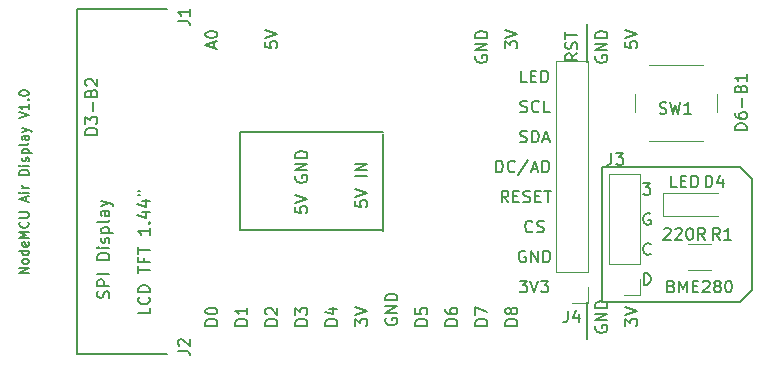
<source format=gbr>
G04 #@! TF.FileFunction,Legend,Top*
%FSLAX46Y46*%
G04 Gerber Fmt 4.6, Leading zero omitted, Abs format (unit mm)*
G04 Created by KiCad (PCBNEW 4.0.7) date 03/26/18 16:58:00*
%MOMM*%
%LPD*%
G01*
G04 APERTURE LIST*
%ADD10C,0.100000*%
%ADD11C,0.200000*%
%ADD12C,0.150000*%
%ADD13C,0.120000*%
G04 APERTURE END LIST*
D10*
D11*
X163068000Y-87884000D02*
X163068000Y-96139000D01*
X175133000Y-87884000D02*
X163068000Y-87884000D01*
X175133000Y-96266000D02*
X175133000Y-88011000D01*
X163068000Y-96139000D02*
X175133000Y-96139000D01*
X205359000Y-90805000D02*
X193675000Y-90805000D01*
X205359000Y-102235000D02*
X193675000Y-102235000D01*
X206375000Y-91821000D02*
X206375000Y-101219000D01*
X205359000Y-90805000D02*
X206375000Y-91821000D01*
X205359000Y-102235000D02*
X206375000Y-101219000D01*
X191587381Y-81192619D02*
X191111190Y-81525953D01*
X191587381Y-81764048D02*
X190587381Y-81764048D01*
X190587381Y-81383095D01*
X190635000Y-81287857D01*
X190682619Y-81240238D01*
X190777857Y-81192619D01*
X190920714Y-81192619D01*
X191015952Y-81240238D01*
X191063571Y-81287857D01*
X191111190Y-81383095D01*
X191111190Y-81764048D01*
X191539762Y-80811667D02*
X191587381Y-80668810D01*
X191587381Y-80430714D01*
X191539762Y-80335476D01*
X191492143Y-80287857D01*
X191396905Y-80240238D01*
X191301667Y-80240238D01*
X191206429Y-80287857D01*
X191158810Y-80335476D01*
X191111190Y-80430714D01*
X191063571Y-80621191D01*
X191015952Y-80716429D01*
X190968333Y-80764048D01*
X190873095Y-80811667D01*
X190777857Y-80811667D01*
X190682619Y-80764048D01*
X190635000Y-80716429D01*
X190587381Y-80621191D01*
X190587381Y-80383095D01*
X190635000Y-80240238D01*
X190587381Y-79954524D02*
X190587381Y-79383095D01*
X191587381Y-79668810D02*
X190587381Y-79668810D01*
X167775000Y-91566904D02*
X167727381Y-91662142D01*
X167727381Y-91804999D01*
X167775000Y-91947857D01*
X167870238Y-92043095D01*
X167965476Y-92090714D01*
X168155952Y-92138333D01*
X168298810Y-92138333D01*
X168489286Y-92090714D01*
X168584524Y-92043095D01*
X168679762Y-91947857D01*
X168727381Y-91804999D01*
X168727381Y-91709761D01*
X168679762Y-91566904D01*
X168632143Y-91519285D01*
X168298810Y-91519285D01*
X168298810Y-91709761D01*
X168727381Y-91090714D02*
X167727381Y-91090714D01*
X168727381Y-90519285D01*
X167727381Y-90519285D01*
X168727381Y-90043095D02*
X167727381Y-90043095D01*
X167727381Y-89805000D01*
X167775000Y-89662142D01*
X167870238Y-89566904D01*
X167965476Y-89519285D01*
X168155952Y-89471666D01*
X168298810Y-89471666D01*
X168489286Y-89519285D01*
X168584524Y-89566904D01*
X168679762Y-89662142D01*
X168727381Y-89805000D01*
X168727381Y-90043095D01*
X167727381Y-94170476D02*
X167727381Y-94646667D01*
X168203571Y-94694286D01*
X168155952Y-94646667D01*
X168108333Y-94551429D01*
X168108333Y-94313333D01*
X168155952Y-94218095D01*
X168203571Y-94170476D01*
X168298810Y-94122857D01*
X168536905Y-94122857D01*
X168632143Y-94170476D01*
X168679762Y-94218095D01*
X168727381Y-94313333D01*
X168727381Y-94551429D01*
X168679762Y-94646667D01*
X168632143Y-94694286D01*
X167727381Y-93837143D02*
X168727381Y-93503810D01*
X167727381Y-93170476D01*
X161107381Y-104243095D02*
X160107381Y-104243095D01*
X160107381Y-104005000D01*
X160155000Y-103862142D01*
X160250238Y-103766904D01*
X160345476Y-103719285D01*
X160535952Y-103671666D01*
X160678810Y-103671666D01*
X160869286Y-103719285D01*
X160964524Y-103766904D01*
X161059762Y-103862142D01*
X161107381Y-104005000D01*
X161107381Y-104243095D01*
X160107381Y-103052619D02*
X160107381Y-102957380D01*
X160155000Y-102862142D01*
X160202619Y-102814523D01*
X160297857Y-102766904D01*
X160488333Y-102719285D01*
X160726429Y-102719285D01*
X160916905Y-102766904D01*
X161012143Y-102814523D01*
X161059762Y-102862142D01*
X161107381Y-102957380D01*
X161107381Y-103052619D01*
X161059762Y-103147857D01*
X161012143Y-103195476D01*
X160916905Y-103243095D01*
X160726429Y-103290714D01*
X160488333Y-103290714D01*
X160297857Y-103243095D01*
X160202619Y-103195476D01*
X160155000Y-103147857D01*
X160107381Y-103052619D01*
X197223095Y-100782381D02*
X197223095Y-99782381D01*
X197461190Y-99782381D01*
X197604048Y-99830000D01*
X197699286Y-99925238D01*
X197746905Y-100020476D01*
X197794524Y-100210952D01*
X197794524Y-100353810D01*
X197746905Y-100544286D01*
X197699286Y-100639524D01*
X197604048Y-100734762D01*
X197461190Y-100782381D01*
X197223095Y-100782381D01*
X197794524Y-98147143D02*
X197746905Y-98194762D01*
X197604048Y-98242381D01*
X197508810Y-98242381D01*
X197365952Y-98194762D01*
X197270714Y-98099524D01*
X197223095Y-98004286D01*
X197175476Y-97813810D01*
X197175476Y-97670952D01*
X197223095Y-97480476D01*
X197270714Y-97385238D01*
X197365952Y-97290000D01*
X197508810Y-97242381D01*
X197604048Y-97242381D01*
X197746905Y-97290000D01*
X197794524Y-97337619D01*
X197746905Y-94750000D02*
X197651667Y-94702381D01*
X197508810Y-94702381D01*
X197365952Y-94750000D01*
X197270714Y-94845238D01*
X197223095Y-94940476D01*
X197175476Y-95130952D01*
X197175476Y-95273810D01*
X197223095Y-95464286D01*
X197270714Y-95559524D01*
X197365952Y-95654762D01*
X197508810Y-95702381D01*
X197604048Y-95702381D01*
X197746905Y-95654762D01*
X197794524Y-95607143D01*
X197794524Y-95273810D01*
X197604048Y-95273810D01*
X197151667Y-92162381D02*
X197770715Y-92162381D01*
X197437381Y-92543333D01*
X197580239Y-92543333D01*
X197675477Y-92590952D01*
X197723096Y-92638571D01*
X197770715Y-92733810D01*
X197770715Y-92971905D01*
X197723096Y-93067143D01*
X197675477Y-93114762D01*
X197580239Y-93162381D01*
X197294524Y-93162381D01*
X197199286Y-93114762D01*
X197151667Y-93067143D01*
X187793334Y-96242143D02*
X187745715Y-96289762D01*
X187602858Y-96337381D01*
X187507620Y-96337381D01*
X187364762Y-96289762D01*
X187269524Y-96194524D01*
X187221905Y-96099286D01*
X187174286Y-95908810D01*
X187174286Y-95765952D01*
X187221905Y-95575476D01*
X187269524Y-95480238D01*
X187364762Y-95385000D01*
X187507620Y-95337381D01*
X187602858Y-95337381D01*
X187745715Y-95385000D01*
X187793334Y-95432619D01*
X188174286Y-96289762D02*
X188317143Y-96337381D01*
X188555239Y-96337381D01*
X188650477Y-96289762D01*
X188698096Y-96242143D01*
X188745715Y-96146905D01*
X188745715Y-96051667D01*
X188698096Y-95956429D01*
X188650477Y-95908810D01*
X188555239Y-95861190D01*
X188364762Y-95813571D01*
X188269524Y-95765952D01*
X188221905Y-95718333D01*
X188174286Y-95623095D01*
X188174286Y-95527857D01*
X188221905Y-95432619D01*
X188269524Y-95385000D01*
X188364762Y-95337381D01*
X188602858Y-95337381D01*
X188745715Y-95385000D01*
X185745619Y-93797381D02*
X185412285Y-93321190D01*
X185174190Y-93797381D02*
X185174190Y-92797381D01*
X185555143Y-92797381D01*
X185650381Y-92845000D01*
X185698000Y-92892619D01*
X185745619Y-92987857D01*
X185745619Y-93130714D01*
X185698000Y-93225952D01*
X185650381Y-93273571D01*
X185555143Y-93321190D01*
X185174190Y-93321190D01*
X186174190Y-93273571D02*
X186507524Y-93273571D01*
X186650381Y-93797381D02*
X186174190Y-93797381D01*
X186174190Y-92797381D01*
X186650381Y-92797381D01*
X187031333Y-93749762D02*
X187174190Y-93797381D01*
X187412286Y-93797381D01*
X187507524Y-93749762D01*
X187555143Y-93702143D01*
X187602762Y-93606905D01*
X187602762Y-93511667D01*
X187555143Y-93416429D01*
X187507524Y-93368810D01*
X187412286Y-93321190D01*
X187221809Y-93273571D01*
X187126571Y-93225952D01*
X187078952Y-93178333D01*
X187031333Y-93083095D01*
X187031333Y-92987857D01*
X187078952Y-92892619D01*
X187126571Y-92845000D01*
X187221809Y-92797381D01*
X187459905Y-92797381D01*
X187602762Y-92845000D01*
X188031333Y-93273571D02*
X188364667Y-93273571D01*
X188507524Y-93797381D02*
X188031333Y-93797381D01*
X188031333Y-92797381D01*
X188507524Y-92797381D01*
X188793238Y-92797381D02*
X189364667Y-92797381D01*
X189078952Y-93797381D02*
X189078952Y-92797381D01*
X187317143Y-83637381D02*
X186840952Y-83637381D01*
X186840952Y-82637381D01*
X187650476Y-83113571D02*
X187983810Y-83113571D01*
X188126667Y-83637381D02*
X187650476Y-83637381D01*
X187650476Y-82637381D01*
X188126667Y-82637381D01*
X188555238Y-83637381D02*
X188555238Y-82637381D01*
X188793333Y-82637381D01*
X188936191Y-82685000D01*
X189031429Y-82780238D01*
X189079048Y-82875476D01*
X189126667Y-83065952D01*
X189126667Y-83208810D01*
X189079048Y-83399286D01*
X189031429Y-83494524D01*
X188936191Y-83589762D01*
X188793333Y-83637381D01*
X188555238Y-83637381D01*
X186721905Y-100417381D02*
X187340953Y-100417381D01*
X187007619Y-100798333D01*
X187150477Y-100798333D01*
X187245715Y-100845952D01*
X187293334Y-100893571D01*
X187340953Y-100988810D01*
X187340953Y-101226905D01*
X187293334Y-101322143D01*
X187245715Y-101369762D01*
X187150477Y-101417381D01*
X186864762Y-101417381D01*
X186769524Y-101369762D01*
X186721905Y-101322143D01*
X187626667Y-100417381D02*
X187960000Y-101417381D01*
X188293334Y-100417381D01*
X188531429Y-100417381D02*
X189150477Y-100417381D01*
X188817143Y-100798333D01*
X188960001Y-100798333D01*
X189055239Y-100845952D01*
X189102858Y-100893571D01*
X189150477Y-100988810D01*
X189150477Y-101226905D01*
X189102858Y-101322143D01*
X189055239Y-101369762D01*
X188960001Y-101417381D01*
X188674286Y-101417381D01*
X188579048Y-101369762D01*
X188531429Y-101322143D01*
X155392381Y-102734476D02*
X155392381Y-103210667D01*
X154392381Y-103210667D01*
X155297143Y-101829714D02*
X155344762Y-101877333D01*
X155392381Y-102020190D01*
X155392381Y-102115428D01*
X155344762Y-102258286D01*
X155249524Y-102353524D01*
X155154286Y-102401143D01*
X154963810Y-102448762D01*
X154820952Y-102448762D01*
X154630476Y-102401143D01*
X154535238Y-102353524D01*
X154440000Y-102258286D01*
X154392381Y-102115428D01*
X154392381Y-102020190D01*
X154440000Y-101877333D01*
X154487619Y-101829714D01*
X155392381Y-101401143D02*
X154392381Y-101401143D01*
X154392381Y-101163048D01*
X154440000Y-101020190D01*
X154535238Y-100924952D01*
X154630476Y-100877333D01*
X154820952Y-100829714D01*
X154963810Y-100829714D01*
X155154286Y-100877333D01*
X155249524Y-100924952D01*
X155344762Y-101020190D01*
X155392381Y-101163048D01*
X155392381Y-101401143D01*
X154392381Y-99782095D02*
X154392381Y-99210666D01*
X155392381Y-99496381D02*
X154392381Y-99496381D01*
X154868571Y-98543999D02*
X154868571Y-98877333D01*
X155392381Y-98877333D02*
X154392381Y-98877333D01*
X154392381Y-98401142D01*
X154392381Y-98163047D02*
X154392381Y-97591618D01*
X155392381Y-97877333D02*
X154392381Y-97877333D01*
X155392381Y-95972570D02*
X155392381Y-96543999D01*
X155392381Y-96258285D02*
X154392381Y-96258285D01*
X154535238Y-96353523D01*
X154630476Y-96448761D01*
X154678095Y-96543999D01*
X155297143Y-95543999D02*
X155344762Y-95496380D01*
X155392381Y-95543999D01*
X155344762Y-95591618D01*
X155297143Y-95543999D01*
X155392381Y-95543999D01*
X154725714Y-94639237D02*
X155392381Y-94639237D01*
X154344762Y-94877333D02*
X155059048Y-95115428D01*
X155059048Y-94496380D01*
X154725714Y-93686856D02*
X155392381Y-93686856D01*
X154344762Y-93924952D02*
X155059048Y-94163047D01*
X155059048Y-93543999D01*
X154392381Y-93210666D02*
X154582857Y-93210666D01*
X154392381Y-92829713D02*
X154582857Y-92829713D01*
X192405000Y-102235000D02*
X192405000Y-105410000D01*
X192405000Y-81915000D02*
X192405000Y-78740000D01*
X149225000Y-77470000D02*
X156845000Y-77470000D01*
X149225000Y-106680000D02*
X149225000Y-77470000D01*
X156845000Y-106680000D02*
X149225000Y-106680000D01*
X193175000Y-104266904D02*
X193127381Y-104362142D01*
X193127381Y-104504999D01*
X193175000Y-104647857D01*
X193270238Y-104743095D01*
X193365476Y-104790714D01*
X193555952Y-104838333D01*
X193698810Y-104838333D01*
X193889286Y-104790714D01*
X193984524Y-104743095D01*
X194079762Y-104647857D01*
X194127381Y-104504999D01*
X194127381Y-104409761D01*
X194079762Y-104266904D01*
X194032143Y-104219285D01*
X193698810Y-104219285D01*
X193698810Y-104409761D01*
X194127381Y-103790714D02*
X193127381Y-103790714D01*
X194127381Y-103219285D01*
X193127381Y-103219285D01*
X194127381Y-102743095D02*
X193127381Y-102743095D01*
X193127381Y-102505000D01*
X193175000Y-102362142D01*
X193270238Y-102266904D01*
X193365476Y-102219285D01*
X193555952Y-102171666D01*
X193698810Y-102171666D01*
X193889286Y-102219285D01*
X193984524Y-102266904D01*
X194079762Y-102362142D01*
X194127381Y-102505000D01*
X194127381Y-102743095D01*
X195667381Y-104266905D02*
X195667381Y-103647857D01*
X196048333Y-103981191D01*
X196048333Y-103838333D01*
X196095952Y-103743095D01*
X196143571Y-103695476D01*
X196238810Y-103647857D01*
X196476905Y-103647857D01*
X196572143Y-103695476D01*
X196619762Y-103743095D01*
X196667381Y-103838333D01*
X196667381Y-104124048D01*
X196619762Y-104219286D01*
X196572143Y-104266905D01*
X195667381Y-103362143D02*
X196667381Y-103028810D01*
X195667381Y-102695476D01*
X160821667Y-80724286D02*
X160821667Y-80248095D01*
X161107381Y-80819524D02*
X160107381Y-80486191D01*
X161107381Y-80152857D01*
X160107381Y-79629048D02*
X160107381Y-79533809D01*
X160155000Y-79438571D01*
X160202619Y-79390952D01*
X160297857Y-79343333D01*
X160488333Y-79295714D01*
X160726429Y-79295714D01*
X160916905Y-79343333D01*
X161012143Y-79390952D01*
X161059762Y-79438571D01*
X161107381Y-79533809D01*
X161107381Y-79629048D01*
X161059762Y-79724286D01*
X161012143Y-79771905D01*
X160916905Y-79819524D01*
X160726429Y-79867143D01*
X160488333Y-79867143D01*
X160297857Y-79819524D01*
X160202619Y-79771905D01*
X160155000Y-79724286D01*
X160107381Y-79629048D01*
X165187381Y-80200476D02*
X165187381Y-80676667D01*
X165663571Y-80724286D01*
X165615952Y-80676667D01*
X165568333Y-80581429D01*
X165568333Y-80343333D01*
X165615952Y-80248095D01*
X165663571Y-80200476D01*
X165758810Y-80152857D01*
X165996905Y-80152857D01*
X166092143Y-80200476D01*
X166139762Y-80248095D01*
X166187381Y-80343333D01*
X166187381Y-80581429D01*
X166139762Y-80676667D01*
X166092143Y-80724286D01*
X165187381Y-79867143D02*
X166187381Y-79533810D01*
X165187381Y-79200476D01*
X175395000Y-103631904D02*
X175347381Y-103727142D01*
X175347381Y-103869999D01*
X175395000Y-104012857D01*
X175490238Y-104108095D01*
X175585476Y-104155714D01*
X175775952Y-104203333D01*
X175918810Y-104203333D01*
X176109286Y-104155714D01*
X176204524Y-104108095D01*
X176299762Y-104012857D01*
X176347381Y-103869999D01*
X176347381Y-103774761D01*
X176299762Y-103631904D01*
X176252143Y-103584285D01*
X175918810Y-103584285D01*
X175918810Y-103774761D01*
X176347381Y-103155714D02*
X175347381Y-103155714D01*
X176347381Y-102584285D01*
X175347381Y-102584285D01*
X176347381Y-102108095D02*
X175347381Y-102108095D01*
X175347381Y-101870000D01*
X175395000Y-101727142D01*
X175490238Y-101631904D01*
X175585476Y-101584285D01*
X175775952Y-101536666D01*
X175918810Y-101536666D01*
X176109286Y-101584285D01*
X176204524Y-101631904D01*
X176299762Y-101727142D01*
X176347381Y-101870000D01*
X176347381Y-102108095D01*
X193675000Y-90805000D02*
X193675000Y-102235000D01*
X193175000Y-81406904D02*
X193127381Y-81502142D01*
X193127381Y-81644999D01*
X193175000Y-81787857D01*
X193270238Y-81883095D01*
X193365476Y-81930714D01*
X193555952Y-81978333D01*
X193698810Y-81978333D01*
X193889286Y-81930714D01*
X193984524Y-81883095D01*
X194079762Y-81787857D01*
X194127381Y-81644999D01*
X194127381Y-81549761D01*
X194079762Y-81406904D01*
X194032143Y-81359285D01*
X193698810Y-81359285D01*
X193698810Y-81549761D01*
X194127381Y-80930714D02*
X193127381Y-80930714D01*
X194127381Y-80359285D01*
X193127381Y-80359285D01*
X194127381Y-79883095D02*
X193127381Y-79883095D01*
X193127381Y-79645000D01*
X193175000Y-79502142D01*
X193270238Y-79406904D01*
X193365476Y-79359285D01*
X193555952Y-79311666D01*
X193698810Y-79311666D01*
X193889286Y-79359285D01*
X193984524Y-79406904D01*
X194079762Y-79502142D01*
X194127381Y-79645000D01*
X194127381Y-79883095D01*
X183015000Y-81406904D02*
X182967381Y-81502142D01*
X182967381Y-81644999D01*
X183015000Y-81787857D01*
X183110238Y-81883095D01*
X183205476Y-81930714D01*
X183395952Y-81978333D01*
X183538810Y-81978333D01*
X183729286Y-81930714D01*
X183824524Y-81883095D01*
X183919762Y-81787857D01*
X183967381Y-81644999D01*
X183967381Y-81549761D01*
X183919762Y-81406904D01*
X183872143Y-81359285D01*
X183538810Y-81359285D01*
X183538810Y-81549761D01*
X183967381Y-80930714D02*
X182967381Y-80930714D01*
X183967381Y-80359285D01*
X182967381Y-80359285D01*
X183967381Y-79883095D02*
X182967381Y-79883095D01*
X182967381Y-79645000D01*
X183015000Y-79502142D01*
X183110238Y-79406904D01*
X183205476Y-79359285D01*
X183395952Y-79311666D01*
X183538810Y-79311666D01*
X183729286Y-79359285D01*
X183824524Y-79406904D01*
X183919762Y-79502142D01*
X183967381Y-79645000D01*
X183967381Y-79883095D01*
X195667381Y-80200476D02*
X195667381Y-80676667D01*
X196143571Y-80724286D01*
X196095952Y-80676667D01*
X196048333Y-80581429D01*
X196048333Y-80343333D01*
X196095952Y-80248095D01*
X196143571Y-80200476D01*
X196238810Y-80152857D01*
X196476905Y-80152857D01*
X196572143Y-80200476D01*
X196619762Y-80248095D01*
X196667381Y-80343333D01*
X196667381Y-80581429D01*
X196619762Y-80676667D01*
X196572143Y-80724286D01*
X195667381Y-79867143D02*
X196667381Y-79533810D01*
X195667381Y-79200476D01*
X185507381Y-80771905D02*
X185507381Y-80152857D01*
X185888333Y-80486191D01*
X185888333Y-80343333D01*
X185935952Y-80248095D01*
X185983571Y-80200476D01*
X186078810Y-80152857D01*
X186316905Y-80152857D01*
X186412143Y-80200476D01*
X186459762Y-80248095D01*
X186507381Y-80343333D01*
X186507381Y-80629048D01*
X186459762Y-80724286D01*
X186412143Y-80771905D01*
X185507381Y-79867143D02*
X186507381Y-79533810D01*
X185507381Y-79200476D01*
X172807381Y-104266905D02*
X172807381Y-103647857D01*
X173188333Y-103981191D01*
X173188333Y-103838333D01*
X173235952Y-103743095D01*
X173283571Y-103695476D01*
X173378810Y-103647857D01*
X173616905Y-103647857D01*
X173712143Y-103695476D01*
X173759762Y-103743095D01*
X173807381Y-103838333D01*
X173807381Y-104124048D01*
X173759762Y-104219286D01*
X173712143Y-104266905D01*
X172807381Y-103362143D02*
X173807381Y-103028810D01*
X172807381Y-102695476D01*
X181427381Y-104243095D02*
X180427381Y-104243095D01*
X180427381Y-104005000D01*
X180475000Y-103862142D01*
X180570238Y-103766904D01*
X180665476Y-103719285D01*
X180855952Y-103671666D01*
X180998810Y-103671666D01*
X181189286Y-103719285D01*
X181284524Y-103766904D01*
X181379762Y-103862142D01*
X181427381Y-104005000D01*
X181427381Y-104243095D01*
X180427381Y-102814523D02*
X180427381Y-103005000D01*
X180475000Y-103100238D01*
X180522619Y-103147857D01*
X180665476Y-103243095D01*
X180855952Y-103290714D01*
X181236905Y-103290714D01*
X181332143Y-103243095D01*
X181379762Y-103195476D01*
X181427381Y-103100238D01*
X181427381Y-102909761D01*
X181379762Y-102814523D01*
X181332143Y-102766904D01*
X181236905Y-102719285D01*
X180998810Y-102719285D01*
X180903571Y-102766904D01*
X180855952Y-102814523D01*
X180808333Y-102909761D01*
X180808333Y-103100238D01*
X180855952Y-103195476D01*
X180903571Y-103243095D01*
X180998810Y-103290714D01*
X171267381Y-104243095D02*
X170267381Y-104243095D01*
X170267381Y-104005000D01*
X170315000Y-103862142D01*
X170410238Y-103766904D01*
X170505476Y-103719285D01*
X170695952Y-103671666D01*
X170838810Y-103671666D01*
X171029286Y-103719285D01*
X171124524Y-103766904D01*
X171219762Y-103862142D01*
X171267381Y-104005000D01*
X171267381Y-104243095D01*
X170600714Y-102814523D02*
X171267381Y-102814523D01*
X170219762Y-103052619D02*
X170934048Y-103290714D01*
X170934048Y-102671666D01*
X168727381Y-104243095D02*
X167727381Y-104243095D01*
X167727381Y-104005000D01*
X167775000Y-103862142D01*
X167870238Y-103766904D01*
X167965476Y-103719285D01*
X168155952Y-103671666D01*
X168298810Y-103671666D01*
X168489286Y-103719285D01*
X168584524Y-103766904D01*
X168679762Y-103862142D01*
X168727381Y-104005000D01*
X168727381Y-104243095D01*
X167727381Y-103338333D02*
X167727381Y-102719285D01*
X168108333Y-103052619D01*
X168108333Y-102909761D01*
X168155952Y-102814523D01*
X168203571Y-102766904D01*
X168298810Y-102719285D01*
X168536905Y-102719285D01*
X168632143Y-102766904D01*
X168679762Y-102814523D01*
X168727381Y-102909761D01*
X168727381Y-103195476D01*
X168679762Y-103290714D01*
X168632143Y-103338333D01*
X178887381Y-104243095D02*
X177887381Y-104243095D01*
X177887381Y-104005000D01*
X177935000Y-103862142D01*
X178030238Y-103766904D01*
X178125476Y-103719285D01*
X178315952Y-103671666D01*
X178458810Y-103671666D01*
X178649286Y-103719285D01*
X178744524Y-103766904D01*
X178839762Y-103862142D01*
X178887381Y-104005000D01*
X178887381Y-104243095D01*
X177887381Y-102766904D02*
X177887381Y-103243095D01*
X178363571Y-103290714D01*
X178315952Y-103243095D01*
X178268333Y-103147857D01*
X178268333Y-102909761D01*
X178315952Y-102814523D01*
X178363571Y-102766904D01*
X178458810Y-102719285D01*
X178696905Y-102719285D01*
X178792143Y-102766904D01*
X178839762Y-102814523D01*
X178887381Y-102909761D01*
X178887381Y-103147857D01*
X178839762Y-103243095D01*
X178792143Y-103290714D01*
D12*
X145141905Y-99789286D02*
X144341905Y-99789286D01*
X145141905Y-99332143D01*
X144341905Y-99332143D01*
X145141905Y-98836905D02*
X145103810Y-98913096D01*
X145065714Y-98951191D01*
X144989524Y-98989286D01*
X144760952Y-98989286D01*
X144684762Y-98951191D01*
X144646667Y-98913096D01*
X144608571Y-98836905D01*
X144608571Y-98722619D01*
X144646667Y-98646429D01*
X144684762Y-98608334D01*
X144760952Y-98570238D01*
X144989524Y-98570238D01*
X145065714Y-98608334D01*
X145103810Y-98646429D01*
X145141905Y-98722619D01*
X145141905Y-98836905D01*
X145141905Y-97884524D02*
X144341905Y-97884524D01*
X145103810Y-97884524D02*
X145141905Y-97960714D01*
X145141905Y-98113095D01*
X145103810Y-98189286D01*
X145065714Y-98227381D01*
X144989524Y-98265476D01*
X144760952Y-98265476D01*
X144684762Y-98227381D01*
X144646667Y-98189286D01*
X144608571Y-98113095D01*
X144608571Y-97960714D01*
X144646667Y-97884524D01*
X145103810Y-97198809D02*
X145141905Y-97274999D01*
X145141905Y-97427380D01*
X145103810Y-97503571D01*
X145027619Y-97541666D01*
X144722857Y-97541666D01*
X144646667Y-97503571D01*
X144608571Y-97427380D01*
X144608571Y-97274999D01*
X144646667Y-97198809D01*
X144722857Y-97160714D01*
X144799048Y-97160714D01*
X144875238Y-97541666D01*
X145141905Y-96817857D02*
X144341905Y-96817857D01*
X144913333Y-96551190D01*
X144341905Y-96284523D01*
X145141905Y-96284523D01*
X145065714Y-95446428D02*
X145103810Y-95484523D01*
X145141905Y-95598809D01*
X145141905Y-95674999D01*
X145103810Y-95789285D01*
X145027619Y-95865476D01*
X144951429Y-95903571D01*
X144799048Y-95941666D01*
X144684762Y-95941666D01*
X144532381Y-95903571D01*
X144456190Y-95865476D01*
X144380000Y-95789285D01*
X144341905Y-95674999D01*
X144341905Y-95598809D01*
X144380000Y-95484523D01*
X144418095Y-95446428D01*
X144341905Y-95103571D02*
X144989524Y-95103571D01*
X145065714Y-95065476D01*
X145103810Y-95027380D01*
X145141905Y-94951190D01*
X145141905Y-94798809D01*
X145103810Y-94722618D01*
X145065714Y-94684523D01*
X144989524Y-94646428D01*
X144341905Y-94646428D01*
X144913333Y-93694047D02*
X144913333Y-93313095D01*
X145141905Y-93770238D02*
X144341905Y-93503571D01*
X145141905Y-93236904D01*
X145141905Y-92970238D02*
X144608571Y-92970238D01*
X144341905Y-92970238D02*
X144380000Y-93008333D01*
X144418095Y-92970238D01*
X144380000Y-92932143D01*
X144341905Y-92970238D01*
X144418095Y-92970238D01*
X145141905Y-92589286D02*
X144608571Y-92589286D01*
X144760952Y-92589286D02*
X144684762Y-92551191D01*
X144646667Y-92513095D01*
X144608571Y-92436905D01*
X144608571Y-92360714D01*
X145141905Y-91484524D02*
X144341905Y-91484524D01*
X144341905Y-91294048D01*
X144380000Y-91179762D01*
X144456190Y-91103571D01*
X144532381Y-91065476D01*
X144684762Y-91027381D01*
X144799048Y-91027381D01*
X144951429Y-91065476D01*
X145027619Y-91103571D01*
X145103810Y-91179762D01*
X145141905Y-91294048D01*
X145141905Y-91484524D01*
X145141905Y-90684524D02*
X144608571Y-90684524D01*
X144341905Y-90684524D02*
X144380000Y-90722619D01*
X144418095Y-90684524D01*
X144380000Y-90646429D01*
X144341905Y-90684524D01*
X144418095Y-90684524D01*
X145103810Y-90341667D02*
X145141905Y-90265477D01*
X145141905Y-90113096D01*
X145103810Y-90036905D01*
X145027619Y-89998810D01*
X144989524Y-89998810D01*
X144913333Y-90036905D01*
X144875238Y-90113096D01*
X144875238Y-90227381D01*
X144837143Y-90303572D01*
X144760952Y-90341667D01*
X144722857Y-90341667D01*
X144646667Y-90303572D01*
X144608571Y-90227381D01*
X144608571Y-90113096D01*
X144646667Y-90036905D01*
X144608571Y-89655953D02*
X145408571Y-89655953D01*
X144646667Y-89655953D02*
X144608571Y-89579762D01*
X144608571Y-89427381D01*
X144646667Y-89351191D01*
X144684762Y-89313096D01*
X144760952Y-89275000D01*
X144989524Y-89275000D01*
X145065714Y-89313096D01*
X145103810Y-89351191D01*
X145141905Y-89427381D01*
X145141905Y-89579762D01*
X145103810Y-89655953D01*
X145141905Y-88817857D02*
X145103810Y-88894048D01*
X145027619Y-88932143D01*
X144341905Y-88932143D01*
X145141905Y-88170238D02*
X144722857Y-88170238D01*
X144646667Y-88208333D01*
X144608571Y-88284523D01*
X144608571Y-88436904D01*
X144646667Y-88513095D01*
X145103810Y-88170238D02*
X145141905Y-88246428D01*
X145141905Y-88436904D01*
X145103810Y-88513095D01*
X145027619Y-88551190D01*
X144951429Y-88551190D01*
X144875238Y-88513095D01*
X144837143Y-88436904D01*
X144837143Y-88246428D01*
X144799048Y-88170238D01*
X144608571Y-87865475D02*
X145141905Y-87674999D01*
X144608571Y-87484523D02*
X145141905Y-87674999D01*
X145332381Y-87751190D01*
X145370476Y-87789285D01*
X145408571Y-87865475D01*
X144341905Y-86684523D02*
X145141905Y-86417856D01*
X144341905Y-86151189D01*
X145141905Y-85465475D02*
X145141905Y-85922618D01*
X145141905Y-85694047D02*
X144341905Y-85694047D01*
X144456190Y-85770237D01*
X144532381Y-85846428D01*
X144570476Y-85922618D01*
X145065714Y-85122618D02*
X145103810Y-85084523D01*
X145141905Y-85122618D01*
X145103810Y-85160713D01*
X145065714Y-85122618D01*
X145141905Y-85122618D01*
X144341905Y-84589285D02*
X144341905Y-84513094D01*
X144380000Y-84436904D01*
X144418095Y-84398809D01*
X144494286Y-84360713D01*
X144646667Y-84322618D01*
X144837143Y-84322618D01*
X144989524Y-84360713D01*
X145065714Y-84398809D01*
X145103810Y-84436904D01*
X145141905Y-84513094D01*
X145141905Y-84589285D01*
X145103810Y-84665475D01*
X145065714Y-84703571D01*
X144989524Y-84741666D01*
X144837143Y-84779761D01*
X144646667Y-84779761D01*
X144494286Y-84741666D01*
X144418095Y-84703571D01*
X144380000Y-84665475D01*
X144341905Y-84589285D01*
D11*
X186507381Y-104243095D02*
X185507381Y-104243095D01*
X185507381Y-104005000D01*
X185555000Y-103862142D01*
X185650238Y-103766904D01*
X185745476Y-103719285D01*
X185935952Y-103671666D01*
X186078810Y-103671666D01*
X186269286Y-103719285D01*
X186364524Y-103766904D01*
X186459762Y-103862142D01*
X186507381Y-104005000D01*
X186507381Y-104243095D01*
X185935952Y-103100238D02*
X185888333Y-103195476D01*
X185840714Y-103243095D01*
X185745476Y-103290714D01*
X185697857Y-103290714D01*
X185602619Y-103243095D01*
X185555000Y-103195476D01*
X185507381Y-103100238D01*
X185507381Y-102909761D01*
X185555000Y-102814523D01*
X185602619Y-102766904D01*
X185697857Y-102719285D01*
X185745476Y-102719285D01*
X185840714Y-102766904D01*
X185888333Y-102814523D01*
X185935952Y-102909761D01*
X185935952Y-103100238D01*
X185983571Y-103195476D01*
X186031190Y-103243095D01*
X186126429Y-103290714D01*
X186316905Y-103290714D01*
X186412143Y-103243095D01*
X186459762Y-103195476D01*
X186507381Y-103100238D01*
X186507381Y-102909761D01*
X186459762Y-102814523D01*
X186412143Y-102766904D01*
X186316905Y-102719285D01*
X186126429Y-102719285D01*
X186031190Y-102766904D01*
X185983571Y-102814523D01*
X185935952Y-102909761D01*
X183967381Y-104243095D02*
X182967381Y-104243095D01*
X182967381Y-104005000D01*
X183015000Y-103862142D01*
X183110238Y-103766904D01*
X183205476Y-103719285D01*
X183395952Y-103671666D01*
X183538810Y-103671666D01*
X183729286Y-103719285D01*
X183824524Y-103766904D01*
X183919762Y-103862142D01*
X183967381Y-104005000D01*
X183967381Y-104243095D01*
X182967381Y-103338333D02*
X182967381Y-102671666D01*
X183967381Y-103100238D01*
X166187381Y-104243095D02*
X165187381Y-104243095D01*
X165187381Y-104005000D01*
X165235000Y-103862142D01*
X165330238Y-103766904D01*
X165425476Y-103719285D01*
X165615952Y-103671666D01*
X165758810Y-103671666D01*
X165949286Y-103719285D01*
X166044524Y-103766904D01*
X166139762Y-103862142D01*
X166187381Y-104005000D01*
X166187381Y-104243095D01*
X165282619Y-103290714D02*
X165235000Y-103243095D01*
X165187381Y-103147857D01*
X165187381Y-102909761D01*
X165235000Y-102814523D01*
X165282619Y-102766904D01*
X165377857Y-102719285D01*
X165473095Y-102719285D01*
X165615952Y-102766904D01*
X166187381Y-103338333D01*
X166187381Y-102719285D01*
X163647381Y-104243095D02*
X162647381Y-104243095D01*
X162647381Y-104005000D01*
X162695000Y-103862142D01*
X162790238Y-103766904D01*
X162885476Y-103719285D01*
X163075952Y-103671666D01*
X163218810Y-103671666D01*
X163409286Y-103719285D01*
X163504524Y-103766904D01*
X163599762Y-103862142D01*
X163647381Y-104005000D01*
X163647381Y-104243095D01*
X163647381Y-102719285D02*
X163647381Y-103290714D01*
X163647381Y-103005000D02*
X162647381Y-103005000D01*
X162790238Y-103100238D01*
X162885476Y-103195476D01*
X162933095Y-103290714D01*
X184729714Y-91257381D02*
X184729714Y-90257381D01*
X184967809Y-90257381D01*
X185110667Y-90305000D01*
X185205905Y-90400238D01*
X185253524Y-90495476D01*
X185301143Y-90685952D01*
X185301143Y-90828810D01*
X185253524Y-91019286D01*
X185205905Y-91114524D01*
X185110667Y-91209762D01*
X184967809Y-91257381D01*
X184729714Y-91257381D01*
X186301143Y-91162143D02*
X186253524Y-91209762D01*
X186110667Y-91257381D01*
X186015429Y-91257381D01*
X185872571Y-91209762D01*
X185777333Y-91114524D01*
X185729714Y-91019286D01*
X185682095Y-90828810D01*
X185682095Y-90685952D01*
X185729714Y-90495476D01*
X185777333Y-90400238D01*
X185872571Y-90305000D01*
X186015429Y-90257381D01*
X186110667Y-90257381D01*
X186253524Y-90305000D01*
X186301143Y-90352619D01*
X187444000Y-90209762D02*
X186586857Y-91495476D01*
X187729714Y-90971667D02*
X188205905Y-90971667D01*
X187634476Y-91257381D02*
X187967809Y-90257381D01*
X188301143Y-91257381D01*
X188634476Y-91257381D02*
X188634476Y-90257381D01*
X188872571Y-90257381D01*
X189015429Y-90305000D01*
X189110667Y-90400238D01*
X189158286Y-90495476D01*
X189205905Y-90685952D01*
X189205905Y-90828810D01*
X189158286Y-91019286D01*
X189110667Y-91114524D01*
X189015429Y-91209762D01*
X188872571Y-91257381D01*
X188634476Y-91257381D01*
X187198096Y-97925000D02*
X187102858Y-97877381D01*
X186960001Y-97877381D01*
X186817143Y-97925000D01*
X186721905Y-98020238D01*
X186674286Y-98115476D01*
X186626667Y-98305952D01*
X186626667Y-98448810D01*
X186674286Y-98639286D01*
X186721905Y-98734524D01*
X186817143Y-98829762D01*
X186960001Y-98877381D01*
X187055239Y-98877381D01*
X187198096Y-98829762D01*
X187245715Y-98782143D01*
X187245715Y-98448810D01*
X187055239Y-98448810D01*
X187674286Y-98877381D02*
X187674286Y-97877381D01*
X188245715Y-98877381D01*
X188245715Y-97877381D01*
X188721905Y-98877381D02*
X188721905Y-97877381D01*
X188960000Y-97877381D01*
X189102858Y-97925000D01*
X189198096Y-98020238D01*
X189245715Y-98115476D01*
X189293334Y-98305952D01*
X189293334Y-98448810D01*
X189245715Y-98639286D01*
X189198096Y-98734524D01*
X189102858Y-98829762D01*
X188960000Y-98877381D01*
X188721905Y-98877381D01*
X186769524Y-86129762D02*
X186912381Y-86177381D01*
X187150477Y-86177381D01*
X187245715Y-86129762D01*
X187293334Y-86082143D01*
X187340953Y-85986905D01*
X187340953Y-85891667D01*
X187293334Y-85796429D01*
X187245715Y-85748810D01*
X187150477Y-85701190D01*
X186960000Y-85653571D01*
X186864762Y-85605952D01*
X186817143Y-85558333D01*
X186769524Y-85463095D01*
X186769524Y-85367857D01*
X186817143Y-85272619D01*
X186864762Y-85225000D01*
X186960000Y-85177381D01*
X187198096Y-85177381D01*
X187340953Y-85225000D01*
X188340953Y-86082143D02*
X188293334Y-86129762D01*
X188150477Y-86177381D01*
X188055239Y-86177381D01*
X187912381Y-86129762D01*
X187817143Y-86034524D01*
X187769524Y-85939286D01*
X187721905Y-85748810D01*
X187721905Y-85605952D01*
X187769524Y-85415476D01*
X187817143Y-85320238D01*
X187912381Y-85225000D01*
X188055239Y-85177381D01*
X188150477Y-85177381D01*
X188293334Y-85225000D01*
X188340953Y-85272619D01*
X189245715Y-86177381D02*
X188769524Y-86177381D01*
X188769524Y-85177381D01*
X186745714Y-88669762D02*
X186888571Y-88717381D01*
X187126667Y-88717381D01*
X187221905Y-88669762D01*
X187269524Y-88622143D01*
X187317143Y-88526905D01*
X187317143Y-88431667D01*
X187269524Y-88336429D01*
X187221905Y-88288810D01*
X187126667Y-88241190D01*
X186936190Y-88193571D01*
X186840952Y-88145952D01*
X186793333Y-88098333D01*
X186745714Y-88003095D01*
X186745714Y-87907857D01*
X186793333Y-87812619D01*
X186840952Y-87765000D01*
X186936190Y-87717381D01*
X187174286Y-87717381D01*
X187317143Y-87765000D01*
X187745714Y-88717381D02*
X187745714Y-87717381D01*
X187983809Y-87717381D01*
X188126667Y-87765000D01*
X188221905Y-87860238D01*
X188269524Y-87955476D01*
X188317143Y-88145952D01*
X188317143Y-88288810D01*
X188269524Y-88479286D01*
X188221905Y-88574524D01*
X188126667Y-88669762D01*
X187983809Y-88717381D01*
X187745714Y-88717381D01*
X188698095Y-88431667D02*
X189174286Y-88431667D01*
X188602857Y-88717381D02*
X188936190Y-87717381D01*
X189269524Y-88717381D01*
D13*
X196910000Y-91380000D02*
X194250000Y-91380000D01*
X196910000Y-99060000D02*
X196910000Y-91380000D01*
X194250000Y-99060000D02*
X194250000Y-91380000D01*
X196910000Y-99060000D02*
X194250000Y-99060000D01*
X196910000Y-100330000D02*
X196910000Y-101660000D01*
X196910000Y-101660000D02*
X195580000Y-101660000D01*
X202200000Y-82130000D02*
X197700000Y-82130000D01*
X203450000Y-86130000D02*
X203450000Y-84630000D01*
X197700000Y-88630000D02*
X202200000Y-88630000D01*
X196450000Y-84630000D02*
X196450000Y-86130000D01*
X200930000Y-97355000D02*
X202930000Y-97355000D01*
X202930000Y-99495000D02*
X200930000Y-99495000D01*
X198830000Y-93030000D02*
X198830000Y-94930000D01*
X198830000Y-94930000D02*
X203530000Y-94930000D01*
X198830000Y-93030000D02*
X203530000Y-93030000D01*
X192465000Y-81855000D02*
X189805000Y-81855000D01*
X192465000Y-99695000D02*
X192465000Y-81855000D01*
X189805000Y-99695000D02*
X189805000Y-81855000D01*
X192465000Y-99695000D02*
X189805000Y-99695000D01*
X192465000Y-100965000D02*
X192465000Y-102295000D01*
X192465000Y-102295000D02*
X191135000Y-102295000D01*
D12*
X194484667Y-89622381D02*
X194484667Y-90336667D01*
X194437047Y-90479524D01*
X194341809Y-90574762D01*
X194198952Y-90622381D01*
X194103714Y-90622381D01*
X194865619Y-89622381D02*
X195484667Y-89622381D01*
X195151333Y-90003333D01*
X195294191Y-90003333D01*
X195389429Y-90050952D01*
X195437048Y-90098571D01*
X195484667Y-90193810D01*
X195484667Y-90431905D01*
X195437048Y-90527143D01*
X195389429Y-90574762D01*
X195294191Y-90622381D01*
X195008476Y-90622381D01*
X194913238Y-90574762D01*
X194865619Y-90527143D01*
X199549048Y-100893571D02*
X199691905Y-100941190D01*
X199739524Y-100988810D01*
X199787143Y-101084048D01*
X199787143Y-101226905D01*
X199739524Y-101322143D01*
X199691905Y-101369762D01*
X199596667Y-101417381D01*
X199215714Y-101417381D01*
X199215714Y-100417381D01*
X199549048Y-100417381D01*
X199644286Y-100465000D01*
X199691905Y-100512619D01*
X199739524Y-100607857D01*
X199739524Y-100703095D01*
X199691905Y-100798333D01*
X199644286Y-100845952D01*
X199549048Y-100893571D01*
X199215714Y-100893571D01*
X200215714Y-101417381D02*
X200215714Y-100417381D01*
X200549048Y-101131667D01*
X200882381Y-100417381D01*
X200882381Y-101417381D01*
X201358571Y-100893571D02*
X201691905Y-100893571D01*
X201834762Y-101417381D02*
X201358571Y-101417381D01*
X201358571Y-100417381D01*
X201834762Y-100417381D01*
X202215714Y-100512619D02*
X202263333Y-100465000D01*
X202358571Y-100417381D01*
X202596667Y-100417381D01*
X202691905Y-100465000D01*
X202739524Y-100512619D01*
X202787143Y-100607857D01*
X202787143Y-100703095D01*
X202739524Y-100845952D01*
X202168095Y-101417381D01*
X202787143Y-101417381D01*
X203358571Y-100845952D02*
X203263333Y-100798333D01*
X203215714Y-100750714D01*
X203168095Y-100655476D01*
X203168095Y-100607857D01*
X203215714Y-100512619D01*
X203263333Y-100465000D01*
X203358571Y-100417381D01*
X203549048Y-100417381D01*
X203644286Y-100465000D01*
X203691905Y-100512619D01*
X203739524Y-100607857D01*
X203739524Y-100655476D01*
X203691905Y-100750714D01*
X203644286Y-100798333D01*
X203549048Y-100845952D01*
X203358571Y-100845952D01*
X203263333Y-100893571D01*
X203215714Y-100941190D01*
X203168095Y-101036429D01*
X203168095Y-101226905D01*
X203215714Y-101322143D01*
X203263333Y-101369762D01*
X203358571Y-101417381D01*
X203549048Y-101417381D01*
X203644286Y-101369762D01*
X203691905Y-101322143D01*
X203739524Y-101226905D01*
X203739524Y-101036429D01*
X203691905Y-100941190D01*
X203644286Y-100893571D01*
X203549048Y-100845952D01*
X204358571Y-100417381D02*
X204453810Y-100417381D01*
X204549048Y-100465000D01*
X204596667Y-100512619D01*
X204644286Y-100607857D01*
X204691905Y-100798333D01*
X204691905Y-101036429D01*
X204644286Y-101226905D01*
X204596667Y-101322143D01*
X204549048Y-101369762D01*
X204453810Y-101417381D01*
X204358571Y-101417381D01*
X204263333Y-101369762D01*
X204215714Y-101322143D01*
X204168095Y-101226905D01*
X204120476Y-101036429D01*
X204120476Y-100798333D01*
X204168095Y-100607857D01*
X204215714Y-100512619D01*
X204263333Y-100465000D01*
X204358571Y-100417381D01*
X198564667Y-86256762D02*
X198707524Y-86304381D01*
X198945620Y-86304381D01*
X199040858Y-86256762D01*
X199088477Y-86209143D01*
X199136096Y-86113905D01*
X199136096Y-86018667D01*
X199088477Y-85923429D01*
X199040858Y-85875810D01*
X198945620Y-85828190D01*
X198755143Y-85780571D01*
X198659905Y-85732952D01*
X198612286Y-85685333D01*
X198564667Y-85590095D01*
X198564667Y-85494857D01*
X198612286Y-85399619D01*
X198659905Y-85352000D01*
X198755143Y-85304381D01*
X198993239Y-85304381D01*
X199136096Y-85352000D01*
X199469429Y-85304381D02*
X199707524Y-86304381D01*
X199898001Y-85590095D01*
X200088477Y-86304381D01*
X200326572Y-85304381D01*
X201231334Y-86304381D02*
X200659905Y-86304381D01*
X200945619Y-86304381D02*
X200945619Y-85304381D01*
X200850381Y-85447238D01*
X200755143Y-85542476D01*
X200659905Y-85590095D01*
X205938381Y-87677333D02*
X204938381Y-87677333D01*
X204938381Y-87439238D01*
X204986000Y-87296380D01*
X205081238Y-87201142D01*
X205176476Y-87153523D01*
X205366952Y-87105904D01*
X205509810Y-87105904D01*
X205700286Y-87153523D01*
X205795524Y-87201142D01*
X205890762Y-87296380D01*
X205938381Y-87439238D01*
X205938381Y-87677333D01*
X204938381Y-86248761D02*
X204938381Y-86439238D01*
X204986000Y-86534476D01*
X205033619Y-86582095D01*
X205176476Y-86677333D01*
X205366952Y-86724952D01*
X205747905Y-86724952D01*
X205843143Y-86677333D01*
X205890762Y-86629714D01*
X205938381Y-86534476D01*
X205938381Y-86343999D01*
X205890762Y-86248761D01*
X205843143Y-86201142D01*
X205747905Y-86153523D01*
X205509810Y-86153523D01*
X205414571Y-86201142D01*
X205366952Y-86248761D01*
X205319333Y-86343999D01*
X205319333Y-86534476D01*
X205366952Y-86629714D01*
X205414571Y-86677333D01*
X205509810Y-86724952D01*
X205557429Y-85724952D02*
X205557429Y-84963047D01*
X205414571Y-84153523D02*
X205462190Y-84010666D01*
X205509810Y-83963047D01*
X205605048Y-83915428D01*
X205747905Y-83915428D01*
X205843143Y-83963047D01*
X205890762Y-84010666D01*
X205938381Y-84105904D01*
X205938381Y-84486857D01*
X204938381Y-84486857D01*
X204938381Y-84153523D01*
X204986000Y-84058285D01*
X205033619Y-84010666D01*
X205128857Y-83963047D01*
X205224095Y-83963047D01*
X205319333Y-84010666D01*
X205366952Y-84058285D01*
X205414571Y-84153523D01*
X205414571Y-84486857D01*
X205938381Y-82963047D02*
X205938381Y-83534476D01*
X205938381Y-83248762D02*
X204938381Y-83248762D01*
X205081238Y-83344000D01*
X205176476Y-83439238D01*
X205224095Y-83534476D01*
X203668334Y-96972381D02*
X203335000Y-96496190D01*
X203096905Y-96972381D02*
X203096905Y-95972381D01*
X203477858Y-95972381D01*
X203573096Y-96020000D01*
X203620715Y-96067619D01*
X203668334Y-96162857D01*
X203668334Y-96305714D01*
X203620715Y-96400952D01*
X203573096Y-96448571D01*
X203477858Y-96496190D01*
X203096905Y-96496190D01*
X204620715Y-96972381D02*
X204049286Y-96972381D01*
X204335000Y-96972381D02*
X204335000Y-95972381D01*
X204239762Y-96115238D01*
X204144524Y-96210476D01*
X204049286Y-96258095D01*
X198921905Y-96067619D02*
X198969524Y-96020000D01*
X199064762Y-95972381D01*
X199302858Y-95972381D01*
X199398096Y-96020000D01*
X199445715Y-96067619D01*
X199493334Y-96162857D01*
X199493334Y-96258095D01*
X199445715Y-96400952D01*
X198874286Y-96972381D01*
X199493334Y-96972381D01*
X199874286Y-96067619D02*
X199921905Y-96020000D01*
X200017143Y-95972381D01*
X200255239Y-95972381D01*
X200350477Y-96020000D01*
X200398096Y-96067619D01*
X200445715Y-96162857D01*
X200445715Y-96258095D01*
X200398096Y-96400952D01*
X199826667Y-96972381D01*
X200445715Y-96972381D01*
X201064762Y-95972381D02*
X201160001Y-95972381D01*
X201255239Y-96020000D01*
X201302858Y-96067619D01*
X201350477Y-96162857D01*
X201398096Y-96353333D01*
X201398096Y-96591429D01*
X201350477Y-96781905D01*
X201302858Y-96877143D01*
X201255239Y-96924762D01*
X201160001Y-96972381D01*
X201064762Y-96972381D01*
X200969524Y-96924762D01*
X200921905Y-96877143D01*
X200874286Y-96781905D01*
X200826667Y-96591429D01*
X200826667Y-96353333D01*
X200874286Y-96162857D01*
X200921905Y-96067619D01*
X200969524Y-96020000D01*
X201064762Y-95972381D01*
X202398096Y-96972381D02*
X202064762Y-96496190D01*
X201826667Y-96972381D02*
X201826667Y-95972381D01*
X202207620Y-95972381D01*
X202302858Y-96020000D01*
X202350477Y-96067619D01*
X202398096Y-96162857D01*
X202398096Y-96305714D01*
X202350477Y-96400952D01*
X202302858Y-96448571D01*
X202207620Y-96496190D01*
X201826667Y-96496190D01*
X157777381Y-78438333D02*
X158491667Y-78438333D01*
X158634524Y-78485953D01*
X158729762Y-78581191D01*
X158777381Y-78724048D01*
X158777381Y-78819286D01*
X158777381Y-77438333D02*
X158777381Y-78009762D01*
X158777381Y-77724048D02*
X157777381Y-77724048D01*
X157920238Y-77819286D01*
X158015476Y-77914524D01*
X158063095Y-78009762D01*
X157777381Y-106378333D02*
X158491667Y-106378333D01*
X158634524Y-106425953D01*
X158729762Y-106521191D01*
X158777381Y-106664048D01*
X158777381Y-106759286D01*
X157872619Y-105949762D02*
X157825000Y-105902143D01*
X157777381Y-105806905D01*
X157777381Y-105568809D01*
X157825000Y-105473571D01*
X157872619Y-105425952D01*
X157967857Y-105378333D01*
X158063095Y-105378333D01*
X158205952Y-105425952D01*
X158777381Y-105997381D01*
X158777381Y-105378333D01*
X202461905Y-92527381D02*
X202461905Y-91527381D01*
X202700000Y-91527381D01*
X202842858Y-91575000D01*
X202938096Y-91670238D01*
X202985715Y-91765476D01*
X203033334Y-91955952D01*
X203033334Y-92098810D01*
X202985715Y-92289286D01*
X202938096Y-92384524D01*
X202842858Y-92479762D01*
X202700000Y-92527381D01*
X202461905Y-92527381D01*
X203890477Y-91860714D02*
X203890477Y-92527381D01*
X203652381Y-91479762D02*
X203414286Y-92194048D01*
X204033334Y-92194048D01*
X200017143Y-92527381D02*
X199540952Y-92527381D01*
X199540952Y-91527381D01*
X200350476Y-92003571D02*
X200683810Y-92003571D01*
X200826667Y-92527381D02*
X200350476Y-92527381D01*
X200350476Y-91527381D01*
X200826667Y-91527381D01*
X201255238Y-92527381D02*
X201255238Y-91527381D01*
X201493333Y-91527381D01*
X201636191Y-91575000D01*
X201731429Y-91670238D01*
X201779048Y-91765476D01*
X201826667Y-91955952D01*
X201826667Y-92098810D01*
X201779048Y-92289286D01*
X201731429Y-92384524D01*
X201636191Y-92479762D01*
X201493333Y-92527381D01*
X201255238Y-92527381D01*
X190801667Y-102957381D02*
X190801667Y-103671667D01*
X190754047Y-103814524D01*
X190658809Y-103909762D01*
X190515952Y-103957381D01*
X190420714Y-103957381D01*
X191706429Y-103290714D02*
X191706429Y-103957381D01*
X191468333Y-102909762D02*
X191230238Y-103624048D01*
X191849286Y-103624048D01*
X151915762Y-101885238D02*
X151963381Y-101742381D01*
X151963381Y-101504285D01*
X151915762Y-101409047D01*
X151868143Y-101361428D01*
X151772905Y-101313809D01*
X151677667Y-101313809D01*
X151582429Y-101361428D01*
X151534810Y-101409047D01*
X151487190Y-101504285D01*
X151439571Y-101694762D01*
X151391952Y-101790000D01*
X151344333Y-101837619D01*
X151249095Y-101885238D01*
X151153857Y-101885238D01*
X151058619Y-101837619D01*
X151011000Y-101790000D01*
X150963381Y-101694762D01*
X150963381Y-101456666D01*
X151011000Y-101313809D01*
X151963381Y-100885238D02*
X150963381Y-100885238D01*
X150963381Y-100504285D01*
X151011000Y-100409047D01*
X151058619Y-100361428D01*
X151153857Y-100313809D01*
X151296714Y-100313809D01*
X151391952Y-100361428D01*
X151439571Y-100409047D01*
X151487190Y-100504285D01*
X151487190Y-100885238D01*
X151963381Y-99885238D02*
X150963381Y-99885238D01*
X151963381Y-98647143D02*
X150963381Y-98647143D01*
X150963381Y-98409048D01*
X151011000Y-98266190D01*
X151106238Y-98170952D01*
X151201476Y-98123333D01*
X151391952Y-98075714D01*
X151534810Y-98075714D01*
X151725286Y-98123333D01*
X151820524Y-98170952D01*
X151915762Y-98266190D01*
X151963381Y-98409048D01*
X151963381Y-98647143D01*
X151963381Y-97647143D02*
X151296714Y-97647143D01*
X150963381Y-97647143D02*
X151011000Y-97694762D01*
X151058619Y-97647143D01*
X151011000Y-97599524D01*
X150963381Y-97647143D01*
X151058619Y-97647143D01*
X151915762Y-97218572D02*
X151963381Y-97123334D01*
X151963381Y-96932858D01*
X151915762Y-96837619D01*
X151820524Y-96790000D01*
X151772905Y-96790000D01*
X151677667Y-96837619D01*
X151630048Y-96932858D01*
X151630048Y-97075715D01*
X151582429Y-97170953D01*
X151487190Y-97218572D01*
X151439571Y-97218572D01*
X151344333Y-97170953D01*
X151296714Y-97075715D01*
X151296714Y-96932858D01*
X151344333Y-96837619D01*
X151296714Y-96361429D02*
X152296714Y-96361429D01*
X151344333Y-96361429D02*
X151296714Y-96266191D01*
X151296714Y-96075714D01*
X151344333Y-95980476D01*
X151391952Y-95932857D01*
X151487190Y-95885238D01*
X151772905Y-95885238D01*
X151868143Y-95932857D01*
X151915762Y-95980476D01*
X151963381Y-96075714D01*
X151963381Y-96266191D01*
X151915762Y-96361429D01*
X151963381Y-95313810D02*
X151915762Y-95409048D01*
X151820524Y-95456667D01*
X150963381Y-95456667D01*
X151963381Y-94504285D02*
X151439571Y-94504285D01*
X151344333Y-94551904D01*
X151296714Y-94647142D01*
X151296714Y-94837619D01*
X151344333Y-94932857D01*
X151915762Y-94504285D02*
X151963381Y-94599523D01*
X151963381Y-94837619D01*
X151915762Y-94932857D01*
X151820524Y-94980476D01*
X151725286Y-94980476D01*
X151630048Y-94932857D01*
X151582429Y-94837619D01*
X151582429Y-94599523D01*
X151534810Y-94504285D01*
X151296714Y-94123333D02*
X151963381Y-93885238D01*
X151296714Y-93647142D02*
X151963381Y-93885238D01*
X152201476Y-93980476D01*
X152249095Y-94028095D01*
X152296714Y-94123333D01*
X172807381Y-93662333D02*
X172807381Y-94138524D01*
X173283571Y-94186143D01*
X173235952Y-94138524D01*
X173188333Y-94043286D01*
X173188333Y-93805190D01*
X173235952Y-93709952D01*
X173283571Y-93662333D01*
X173378810Y-93614714D01*
X173616905Y-93614714D01*
X173712143Y-93662333D01*
X173759762Y-93709952D01*
X173807381Y-93805190D01*
X173807381Y-94043286D01*
X173759762Y-94138524D01*
X173712143Y-94186143D01*
X172807381Y-93329000D02*
X173807381Y-92995667D01*
X172807381Y-92662333D01*
X173807381Y-91567095D02*
X172807381Y-91567095D01*
X173807381Y-91090905D02*
X172807381Y-91090905D01*
X173807381Y-90519476D01*
X172807381Y-90519476D01*
X150947381Y-88058333D02*
X149947381Y-88058333D01*
X149947381Y-87820238D01*
X149995000Y-87677380D01*
X150090238Y-87582142D01*
X150185476Y-87534523D01*
X150375952Y-87486904D01*
X150518810Y-87486904D01*
X150709286Y-87534523D01*
X150804524Y-87582142D01*
X150899762Y-87677380D01*
X150947381Y-87820238D01*
X150947381Y-88058333D01*
X149947381Y-87153571D02*
X149947381Y-86534523D01*
X150328333Y-86867857D01*
X150328333Y-86724999D01*
X150375952Y-86629761D01*
X150423571Y-86582142D01*
X150518810Y-86534523D01*
X150756905Y-86534523D01*
X150852143Y-86582142D01*
X150899762Y-86629761D01*
X150947381Y-86724999D01*
X150947381Y-87010714D01*
X150899762Y-87105952D01*
X150852143Y-87153571D01*
X150566429Y-86105952D02*
X150566429Y-85344047D01*
X150423571Y-84534523D02*
X150471190Y-84391666D01*
X150518810Y-84344047D01*
X150614048Y-84296428D01*
X150756905Y-84296428D01*
X150852143Y-84344047D01*
X150899762Y-84391666D01*
X150947381Y-84486904D01*
X150947381Y-84867857D01*
X149947381Y-84867857D01*
X149947381Y-84534523D01*
X149995000Y-84439285D01*
X150042619Y-84391666D01*
X150137857Y-84344047D01*
X150233095Y-84344047D01*
X150328333Y-84391666D01*
X150375952Y-84439285D01*
X150423571Y-84534523D01*
X150423571Y-84867857D01*
X150042619Y-83915476D02*
X149995000Y-83867857D01*
X149947381Y-83772619D01*
X149947381Y-83534523D01*
X149995000Y-83439285D01*
X150042619Y-83391666D01*
X150137857Y-83344047D01*
X150233095Y-83344047D01*
X150375952Y-83391666D01*
X150947381Y-83963095D01*
X150947381Y-83344047D01*
M02*

</source>
